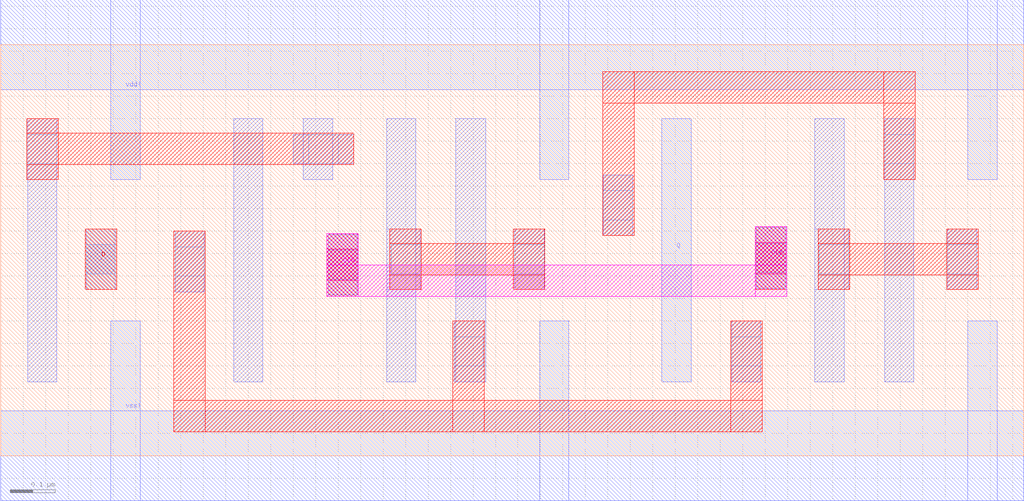
<source format=lef>
VERSION 5.8 ;
BUSBITCHARS "[]" ;
DIVIDERCHAR "/" ;

PROPERTYDEFINITIONS
  LAYER contactResistance REAL ;
  MACRO CatenaDesignType STRING ;
END PROPERTYDEFINITIONS

UNITS
  DATABASE MICRONS 2000 ;
END UNITS
MANUFACTURINGGRID 0.0025 ;
LAYER OVERLAP
  TYPE OVERLAP ;
END OVERLAP

LAYER poly
  TYPE MASTERSLICE ;
END poly

LAYER contact
  TYPE CUT ;
  SPACING 0.075 ;
  PROPERTY contactResistance 10.5 ;
END contact

LAYER metal1
  TYPE ROUTING ;
  DIRECTION HORIZONTAL ;
  PITCH 0.19 0.19 ;
  WIDTH 0.065 ;
  SPACING 0.065 ;
  SPACING 0.065 SAMENET ;
  RESISTANCE RPERSQ 0.38 ;
END metal1

LAYER via1
  TYPE CUT ;
  SPACING 0.075 ;
  WIDTH 0.065 ;
  PROPERTY contactResistance 5.69 ;
END via1

LAYER metal2
  TYPE ROUTING ;
  DIRECTION VERTICAL ;
  PITCH 0.19 0.19 ;
  WIDTH 0.07 ;
  SPACING 0.075 ;
  SPACING 0.07 SAMENET ;
  RESISTANCE RPERSQ 0.25 ;
END metal2

LAYER via2
  TYPE CUT ;
  SPACING 0.085 ;
  WIDTH 0.07 ;
  PROPERTY contactResistance 11.39 ;
END via2

LAYER metal3
  TYPE ROUTING ;
  DIRECTION HORIZONTAL ;
  PITCH 0.19 0.19 ;
  WIDTH 0.07 ;
  SPACING 0.07 ;
  SPACING 0.07 SAMENET ;
  RESISTANCE RPERSQ 0.25 ;
END metal3

LAYER via3
  TYPE CUT ;
  SPACING 0.085 ;
  WIDTH 0.07 ;
  PROPERTY contactResistance 16.73 ;
END via3

LAYER metal4
  TYPE ROUTING ;
  DIRECTION VERTICAL ;
  PITCH 0.285 0.285 ;
  WIDTH 0.14 ;
  SPACING 0.14 ;
  SPACING 0.14 SAMENET ;
  RESISTANCE RPERSQ 0.25 ;
END metal4

LAYER via4
  TYPE CUT ;
  SPACING 0.16 ;
  WIDTH 0.14 ;
  PROPERTY contactResistance 21.44 ;
END via4

LAYER metal5
  TYPE ROUTING ;
  DIRECTION HORIZONTAL ;
  PITCH 0.285 0.285 ;
  WIDTH 0.14 ;
  SPACING 0.14 ;
  SPACING 0.14 SAMENET ;
  RESISTANCE RPERSQ 0.25 ;
END metal5

LAYER via5
  TYPE CUT ;
  SPACING 0.16 ;
  WIDTH 0.14 ;
  PROPERTY contactResistance 24.08 ;
END via5

LAYER metal6
  TYPE ROUTING ;
  DIRECTION VERTICAL ;
  PITCH 0.285 0.285 ;
  WIDTH 0.14 ;
  SPACING 0.14 ;
  SPACING 0.14 SAMENET ;
  RESISTANCE RPERSQ 0.25 ;
END metal6

LAYER via6
  TYPE CUT ;
  SPACING 0.16 ;
  WIDTH 0.14 ;
  PROPERTY contactResistance 11.39 ;
END via6

LAYER metal7
  TYPE ROUTING ;
  DIRECTION HORIZONTAL ;
  PITCH 0.855 0.855 ;
  WIDTH 0.4 ;
  SPACING 0.44 ;
  SPACING 0.44 SAMENET ;
  RESISTANCE RPERSQ 0.25 ;
END metal7

LAYER via7
  TYPE CUT ;
  SPACING 0.44 ;
  WIDTH 0.4 ;
  PROPERTY contactResistance 5.69 ;
END via7

LAYER metal8
  TYPE ROUTING ;
  DIRECTION VERTICAL ;
  PITCH 0.855 0.855 ;
  WIDTH 0.4 ;
  SPACING 0.44 ;
  SPACING 0.44 SAMENET ;
  RESISTANCE RPERSQ 0.25 ;
END metal8

LAYER via8
  TYPE CUT ;
  SPACING 0.44 ;
  WIDTH 0.4 ;
  PROPERTY contactResistance 16.73 ;
END via8

LAYER metal9
  TYPE ROUTING ;
  DIRECTION HORIZONTAL ;
  PITCH 1.71 1.71 ;
  WIDTH 0.8 ;
  SPACING 0.8 ;
  SPACING 0.8 SAMENET ;
  RESISTANCE RPERSQ 0.21 ;
END metal9

LAYER via9
  TYPE CUT ;
  SPACING 0.88 ;
  WIDTH 0.8 ;
  PROPERTY contactResistance 21.44 ;
END via9

LAYER metal10
  TYPE ROUTING ;
  DIRECTION VERTICAL ;
  PITCH 1.71 1.71 ;
  WIDTH 0.4 ;
  SPACING 0.8 ;
  SPACING 0.8 SAMENET ;
  RESISTANCE RPERSQ 0.21 ;
END metal10

VIARULE M2_M1 GENERATE
  LAYER metal1 ;
    ENCLOSURE 0 0.035 ;
  LAYER metal2 ;
    ENCLOSURE 0 0.035 ;
  LAYER via1 ;
    RECT -0.0325 -0.0325 0.0325 0.0325 ;
    SPACING 0.14 BY 0.14 ;
END M2_M1

VIARULE M3_M2 GENERATE
  LAYER metal2 ;
    ENCLOSURE 0 0.035 ;
  LAYER metal3 ;
    ENCLOSURE 0 0.035 ;
  LAYER via2 ;
    RECT -0.035 -0.035 0.035 0.035 ;
    SPACING 0.155 BY 0.155 ;
END M3_M2

VIARULE M4_M3 GENERATE
  LAYER metal3 ;
    ENCLOSURE 0 0.035 ;
  LAYER metal4 ;
    ENCLOSURE 0 0 ;
  LAYER via3 ;
    RECT -0.035 -0.035 0.035 0.035 ;
    SPACING 0.155 BY 0.155 ;
END M4_M3

VIARULE M5_M4 GENERATE
  LAYER metal4 ;
    ENCLOSURE 0 0 ;
  LAYER metal5 ;
    ENCLOSURE 0 0 ;
  LAYER via4 ;
    RECT -0.07 -0.07 0.07 0.07 ;
    SPACING 0.3 BY 0.3 ;
END M5_M4

VIARULE M6_M5 GENERATE
  LAYER metal5 ;
    ENCLOSURE 0 0 ;
  LAYER metal6 ;
    ENCLOSURE 0 0 ;
  LAYER via5 ;
    RECT -0.07 -0.07 0.07 0.07 ;
    SPACING 0.3 BY 0.3 ;
END M6_M5

VIARULE M7_M6 GENERATE
  LAYER metal6 ;
    ENCLOSURE 0 0 ;
  LAYER metal7 ;
    ENCLOSURE 0.13 0.13 ;
  LAYER via6 ;
    RECT -0.07 -0.07 0.07 0.07 ;
    SPACING 0.3 BY 0.3 ;
END M7_M6

VIARULE M8_M7 GENERATE
  LAYER metal7 ;
    ENCLOSURE 0 0 ;
  LAYER metal8 ;
    ENCLOSURE 0 0 ;
  LAYER via7 ;
    RECT -0.2 -0.2 0.2 0.2 ;
    SPACING 0.8 BY 0.8 ;
END M8_M7

VIARULE M9_M8 GENERATE
  LAYER metal8 ;
    ENCLOSURE 0 0 ;
  LAYER metal9 ;
    ENCLOSURE 0.2 0.2 ;
  LAYER via8 ;
    RECT -0.2 -0.2 0.2 0.2 ;
    SPACING 0.8 BY 0.8 ;
END M9_M8

VIARULE M10_M9 GENERATE
  LAYER metal9 ;
    ENCLOSURE 0 0 ;
  LAYER metal10 ;
    ENCLOSURE 0 0 ;
  LAYER via9 ;
    RECT -0.4 -0.4 0.4 0.4 ;
    SPACING 1.6 BY 1.6 ;
END M10_M9

VIARULE M1_POLY GENERATE
  LAYER poly ;
    ENCLOSURE 0 0 ;
  LAYER metal1 ;
    ENCLOSURE 0 0.035 ;
  LAYER contact ;
    RECT -0.0325 -0.0325 0.0325 0.0325 ;
    SPACING 0.14 BY 0.14 ;
END M1_POLY

VIA M2_M1_via DEFAULT
  LAYER metal1 ;
    RECT -0.0675 -0.0325 0.0675 0.0325 ;
  LAYER via1 ;
    RECT -0.0325 -0.0325 0.0325 0.0325 ;
  LAYER metal2 ;
    RECT -0.035 -0.0675 0.035 0.0675 ;
END M2_M1_via

VIA M3_M2_via DEFAULT
  LAYER metal2 ;
    RECT -0.035 -0.07 0.035 0.07 ;
  LAYER via2 ;
    RECT -0.035 -0.035 0.035 0.035 ;
  LAYER metal3 ;
    RECT -0.07 -0.035 0.07 0.035 ;
END M3_M2_via

VIA M4_M3_via DEFAULT
  LAYER metal3 ;
    RECT -0.07 -0.035 0.07 0.035 ;
  LAYER via3 ;
    RECT -0.035 -0.035 0.035 0.035 ;
  LAYER metal4 ;
    RECT -0.07 -0.07 0.07 0.07 ;
END M4_M3_via

VIA M5_M4_via DEFAULT
  LAYER metal4 ;
    RECT -0.07 -0.07 0.07 0.07 ;
  LAYER via4 ;
    RECT -0.07 -0.07 0.07 0.07 ;
  LAYER metal5 ;
    RECT -0.07 -0.07 0.07 0.07 ;
END M5_M4_via

VIA M6_M5_via DEFAULT
  LAYER metal5 ;
    RECT -0.07 -0.07 0.07 0.07 ;
  LAYER via5 ;
    RECT -0.07 -0.07 0.07 0.07 ;
  LAYER metal6 ;
    RECT -0.07 -0.07 0.07 0.07 ;
END M6_M5_via

VIA M7_M6_via DEFAULT
  LAYER metal6 ;
    RECT -0.07 -0.07 0.07 0.07 ;
  LAYER via6 ;
    RECT -0.07 -0.07 0.07 0.07 ;
  LAYER metal7 ;
    RECT -0.2 -0.2 0.2 0.2 ;
END M7_M6_via

VIA M8_M7_via DEFAULT
  LAYER metal7 ;
    RECT -0.2 -0.2 0.2 0.2 ;
  LAYER via7 ;
    RECT -0.2 -0.2 0.2 0.2 ;
  LAYER metal8 ;
    RECT -0.2 -0.2 0.2 0.2 ;
END M8_M7_via

VIA M9_M8_via DEFAULT
  LAYER metal8 ;
    RECT -0.2 -0.2 0.2 0.2 ;
  LAYER via8 ;
    RECT -0.2 -0.2 0.2 0.2 ;
  LAYER metal9 ;
    RECT -0.4 -0.4 0.4 0.4 ;
END M9_M8_via

VIA M10_M9_via DEFAULT
  LAYER metal9 ;
    RECT -0.4 -0.4 0.4 0.4 ;
  LAYER via9 ;
    RECT -0.4 -0.4 0.4 0.4 ;
  LAYER metal10 ;
    RECT -0.4 -0.4 0.4 0.4 ;
END M10_M9_via

VIA M2_M1_viaB DEFAULT
  LAYER metal1 ;
    RECT -0.0675 -0.0325 0.0675 0.0325 ;
  LAYER via1 ;
    RECT -0.0325 -0.0325 0.0325 0.0325 ;
  LAYER metal2 ;
    RECT -0.0675 -0.035 0.0675 0.035 ;
END M2_M1_viaB

VIA M2_M1_viaC DEFAULT
  LAYER metal1 ;
    RECT -0.0325 -0.0675 0.0325 0.0675 ;
  LAYER via1 ;
    RECT -0.0325 -0.0325 0.0325 0.0325 ;
  LAYER metal2 ;
    RECT -0.035 -0.0675 0.035 0.0675 ;
END M2_M1_viaC

VIA M3_M2_viaB DEFAULT
  LAYER metal2 ;
    RECT -0.035 -0.07 0.035 0.07 ;
  LAYER via2 ;
    RECT -0.035 -0.035 0.035 0.035 ;
  LAYER metal3 ;
    RECT -0.035 -0.07 0.035 0.07 ;
END M3_M2_viaB

VIA M3_M2_viaC DEFAULT
  LAYER metal2 ;
    RECT -0.07 -0.035 0.07 0.035 ;
  LAYER via2 ;
    RECT -0.035 -0.035 0.035 0.035 ;
  LAYER metal3 ;
    RECT -0.07 -0.035 0.07 0.035 ;
END M3_M2_viaC

VIA M4_M3_viaB DEFAULT
  LAYER metal3 ;
    RECT -0.035 -0.07 0.035 0.07 ;
  LAYER via3 ;
    RECT -0.035 -0.035 0.035 0.035 ;
  LAYER metal4 ;
    RECT -0.07 -0.07 0.07 0.07 ;
END M4_M3_viaB

SITE CoreSite
  CLASS CORE ;
  SYMMETRY Y ;
  SIZE 0.005 BY 1.21 ;
END CoreSite

MACRO and2
  CLASS CORE ;
  ORIGIN 0 -0.1 ;
  FOREIGN and2 0 0.1 ;
  SIZE 0.77 BY 1.2075 ;
  SYMMETRY X Y ;
  SITE CoreSite ;
  PIN A
    DIRECTION INPUT ;
    USE SIGNAL ;
    PORT
      LAYER metal2 ;
        RECT 0.0875 0.6475 0.1575 0.7825 ;
      LAYER metal1 ;
        RECT 0.09 0.6475 0.155 0.7825 ;
      LAYER via1 ;
        RECT 0.09 0.6825 0.155 0.7475 ;
    END
  END A
  PIN B
    DIRECTION INPUT ;
    USE SIGNAL ;
    PORT
      LAYER metal2 ;
        RECT 0.2875 0.6475 0.3575 0.7825 ;
      LAYER metal1 ;
        RECT 0.29 0.6475 0.355 0.7825 ;
      LAYER via1 ;
        RECT 0.29 0.6825 0.355 0.7475 ;
    END
  END B
  PIN Y
    DIRECTION OUTPUT ;
    USE SIGNAL ;
    PORT
      LAYER metal1 ;
        RECT 0.645 0.27 0.71 1.1425 ;
    END
  END Y
  PIN vdd!
    DIRECTION INOUT ;
    USE POWER ;
    PORT
      LAYER metal1 ;
        RECT 0 1.2075 0.77 1.4075 ;
        RECT 0.4525 0.9925 0.5175 1.4075 ;
        RECT 0.06 0.9925 0.125 1.4075 ;
    END
  END vdd!
  PIN vss!
    DIRECTION INOUT ;
    USE GROUND ;
    PORT
      LAYER metal1 ;
        RECT 0 0 0.77 0.2 ;
        RECT 0.4525 0 0.5175 0.45 ;
    END
  END vss!
  OBS
    LAYER metal1 ;
      RECT 0.49 0.6475 0.555 0.7825 ;
      RECT 0.2525 0.95 0.3175 1.12 ;
      RECT 0.06 0.3075 0.125 0.4675 ;
    LAYER metal2 ;
      RECT 0.25 0.8625 0.32 1.085 ;
      RECT 0.25 0.8625 0.5575 0.9325 ;
      RECT 0.4875 0.485 0.5575 0.9325 ;
      RECT 0.0575 0.485 0.5575 0.555 ;
      RECT 0.0575 0.3325 0.1275 0.555 ;
    LAYER via1 ;
      RECT 0.49 0.6825 0.555 0.7475 ;
      RECT 0.2525 0.985 0.3175 1.05 ;
      RECT 0.06 0.3675 0.125 0.4325 ;
  END
END and2

MACRO aoi21
  CLASS CORE ;
  ORIGIN 0 -0.1 ;
  FOREIGN aoi21 0 0.1 ;
  SIZE 0.76 BY 1.2075 ;
  SYMMETRY X Y ;
  SITE CoreSite ;
  PIN A
    DIRECTION INPUT ;
    USE SIGNAL ;
    PORT
      LAYER metal2 ;
        RECT 0.0875 0.565 0.1575 0.7 ;
      LAYER metal1 ;
        RECT 0.09 0.565 0.155 0.7 ;
      LAYER via1 ;
        RECT 0.09 0.6 0.155 0.665 ;
    END
  END A
  PIN B
    DIRECTION INPUT ;
    USE SIGNAL ;
    PORT
      LAYER metal2 ;
        RECT 0.2875 0.565 0.3575 0.7 ;
      LAYER metal1 ;
        RECT 0.29 0.565 0.355 0.7 ;
      LAYER via1 ;
        RECT 0.29 0.6 0.355 0.665 ;
    END
  END B
  PIN C
    DIRECTION INPUT ;
    USE SIGNAL ;
    PORT
      LAYER metal2 ;
        RECT 0.5025 0.565 0.5725 0.7 ;
      LAYER metal1 ;
        RECT 0.505 0.565 0.57 0.7 ;
      LAYER via1 ;
        RECT 0.505 0.6 0.57 0.665 ;
    END
  END C
  PIN Y
    DIRECTION OUTPUT ;
    USE SIGNAL ;
    PORT
      LAYER metal2 ;
        RECT 0.6325 0.3525 0.7025 0.4875 ;
        RECT 0.0575 0.385 0.7025 0.455 ;
        RECT 0.0575 0.3525 0.1275 0.4875 ;
      LAYER metal1 ;
        RECT 0.635 0.2675 0.7 1.1425 ;
        RECT 0.06 0.265 0.125 0.4875 ;
      LAYER via1 ;
        RECT 0.06 0.3875 0.125 0.4525 ;
        RECT 0.635 0.3875 0.7 0.4525 ;
    END
  END Y
  PIN vdd!
    DIRECTION INOUT ;
    USE POWER ;
    PORT
      LAYER metal1 ;
        RECT 0 1.2075 0.76 1.4075 ;
        RECT 0.2525 0.775 0.3175 1.4075 ;
    END
  END vdd!
  PIN vss!
    DIRECTION INOUT ;
    USE GROUND ;
    PORT
      LAYER metal1 ;
        RECT 0 0 0.76 0.2 ;
        RECT 0.4475 0 0.5125 0.4875 ;
    END
  END vss!
  OBS
    LAYER metal1 ;
      RECT 0.4475 0.775 0.5125 1.1425 ;
      RECT 0.06 0.775 0.125 1.1425 ;
    LAYER metal2 ;
      RECT 0.445 0.775 0.515 0.91 ;
      RECT 0.0575 0.775 0.1275 0.91 ;
      RECT 0.0575 0.8075 0.515 0.8775 ;
    LAYER via1 ;
      RECT 0.4475 0.81 0.5125 0.875 ;
      RECT 0.06 0.81 0.125 0.875 ;
  END
END aoi21

MACRO buf
  CLASS CORE ;
  ORIGIN 0 -0.1 ;
  FOREIGN buf 0 0.1 ;
  SIZE 0.57 BY 1.2075 ;
  SYMMETRY X Y ;
  SITE CoreSite ;
  PIN A
    DIRECTION INPUT ;
    USE SIGNAL ;
    PORT
      LAYER metal2 ;
        RECT 0.2125 0.465 0.2825 0.6 ;
      LAYER metal1 ;
        RECT 0.215 0.465 0.28 0.6 ;
      LAYER via1 ;
        RECT 0.215 0.5 0.28 0.565 ;
    END
  END A
  PIN Y
    DIRECTION OUTPUT ;
    USE SIGNAL ;
    PORT
      LAYER metal1 ;
        RECT 0.445 0.265 0.51 1.1275 ;
    END
  END Y
  PIN vdd!
    DIRECTION INOUT ;
    USE POWER ;
    PORT
      LAYER metal1 ;
        RECT 0 1.2075 0.57 1.4075 ;
        RECT 0.2525 0.975 0.3175 1.4075 ;
    END
  END vdd!
  PIN vss!
    DIRECTION INOUT ;
    USE GROUND ;
    PORT
      LAYER metal1 ;
        RECT 0 0 0.57 0.2 ;
        RECT 0.2525 0 0.3175 0.4 ;
    END
  END vss!
  OBS
    LAYER metal1 ;
      RECT 0.06 0.265 0.125 1.1275 ;
      RECT 0.29 0.775 0.355 0.91 ;
      RECT 0.06 0.81 0.355 0.875 ;
    LAYER metal2 ;
      RECT 0.2875 0.775 0.3575 0.91 ;
    LAYER via1 ;
      RECT 0.29 0.81 0.355 0.875 ;
  END
END buf

MACRO dff
  CLASS CORE ;
  ORIGIN 0 -0.1 ;
  FOREIGN dff 0 0.1 ;
  SIZE 2.275 BY 0.915 ;
  SYMMETRY X Y ;
  SITE CoreSite ;
  PIN CLK
    DIRECTION INPUT ;
    USE SIGNAL ;
    PORT
      LAYER metal3 ;
        RECT 1.6775 0.455 1.7475 0.61 ;
        RECT 0.725 0.455 1.7475 0.525 ;
        RECT 0.725 0.455 0.795 0.595 ;
      LAYER metal2 ;
        RECT 1.6775 0.47 1.7475 0.61 ;
        RECT 0.725 0.455 0.795 0.595 ;
      LAYER metal1 ;
        RECT 1.68 0.4725 1.745 0.6075 ;
        RECT 0.7275 0.4575 0.7925 0.5925 ;
      LAYER via1 ;
        RECT 0.7275 0.4925 0.7925 0.5575 ;
        RECT 1.68 0.5075 1.745 0.5725 ;
      LAYER via2 ;
        RECT 0.725 0.49 0.795 0.56 ;
        RECT 1.6775 0.505 1.7475 0.575 ;
    END
  END CLK
  PIN D
    DIRECTION INPUT ;
    USE SIGNAL ;
    PORT
      LAYER metal2 ;
        RECT 0.1875 0.47 0.2575 0.605 ;
      LAYER metal1 ;
        RECT 0.19 0.47 0.255 0.605 ;
      LAYER via1 ;
        RECT 0.19 0.505 0.255 0.57 ;
    END
  END D
  PIN Q
    DIRECTION OUTPUT ;
    USE SIGNAL ;
    PORT
      LAYER metal1 ;
        RECT 1.47 0.265 1.535 0.85 ;
    END
  END Q
  PIN vdd!
    DIRECTION INOUT ;
    USE POWER ;
    PORT
      LAYER metal1 ;
        RECT 0 0.915 2.275 1.115 ;
        RECT 2.15 0.715 2.215 1.115 ;
        RECT 1.1975 0.715 1.2625 1.115 ;
        RECT 0.245 0.715 0.31 1.115 ;
    END
  END vdd!
  PIN vss!
    DIRECTION INOUT ;
    USE GROUND ;
    PORT
      LAYER metal1 ;
        RECT 0 0 2.275 0.2 ;
        RECT 2.15 0 2.215 0.4 ;
        RECT 1.1975 0 1.2625 0.4 ;
        RECT 0.245 0 0.31 0.4 ;
    END
  END vss!
  OBS
    LAYER metal1 ;
      RECT 1.81 0.265 1.875 0.85 ;
      RECT 1.81 0.47 1.885 0.605 ;
      RECT 1.0125 0.265 1.0775 0.85 ;
      RECT 1.0075 0.265 1.0775 0.4 ;
      RECT 0.8575 0.265 0.9225 0.85 ;
      RECT 0.8575 0.47 0.9325 0.605 ;
      RECT 0.6725 0.715 0.7375 0.85 ;
      RECT 0.65 0.75 0.785 0.815 ;
      RECT 2.105 0.47 2.17 0.605 ;
      RECT 1.965 0.265 2.03 0.85 ;
      RECT 1.625 0.265 1.69 0.4 ;
      RECT 1.34 0.59 1.405 0.725 ;
      RECT 1.1425 0.47 1.2075 0.605 ;
      RECT 0.5175 0.265 0.5825 0.85 ;
      RECT 0.3875 0.465 0.4525 0.6 ;
      RECT 0.06 0.265 0.125 0.85 ;
    LAYER metal2 ;
      RECT 2.1025 0.47 2.1725 0.605 ;
      RECT 1.8175 0.47 1.8875 0.605 ;
      RECT 1.8175 0.5025 2.1725 0.5725 ;
      RECT 1.3375 0.885 2.0325 0.955 ;
      RECT 1.9625 0.715 2.0325 0.955 ;
      RECT 1.3375 0.59 1.4075 0.955 ;
      RECT 0.385 0.1525 0.455 0.6 ;
      RECT 1.6225 0.1525 1.6925 0.4 ;
      RECT 1.005 0.1525 1.075 0.4 ;
      RECT 0.385 0.1525 1.6925 0.2225 ;
      RECT 1.14 0.47 1.21 0.605 ;
      RECT 0.865 0.47 0.935 0.605 ;
      RECT 0.865 0.5025 1.21 0.5725 ;
      RECT 0.0575 0.715 0.1275 0.85 ;
      RECT 0.0575 0.7475 0.785 0.8175 ;
    LAYER via1 ;
      RECT 2.105 0.505 2.17 0.57 ;
      RECT 1.965 0.75 2.03 0.815 ;
      RECT 1.82 0.505 1.885 0.57 ;
      RECT 1.625 0.3 1.69 0.365 ;
      RECT 1.34 0.625 1.405 0.69 ;
      RECT 1.1425 0.505 1.2075 0.57 ;
      RECT 1.0075 0.3 1.0725 0.365 ;
      RECT 0.8675 0.505 0.9325 0.57 ;
      RECT 0.685 0.75 0.75 0.815 ;
      RECT 0.3875 0.5 0.4525 0.565 ;
      RECT 0.06 0.75 0.125 0.815 ;
  END
END dff

MACRO inv
  CLASS CORE ;
  ORIGIN 0 -0.1 ;
  FOREIGN inv 0 0.1 ;
  SIZE 0.37 BY 1.2075 ;
  SYMMETRY X Y ;
  SITE CoreSite ;
  PIN A
    DIRECTION INPUT ;
    USE SIGNAL ;
    PORT
      LAYER metal2 ;
        RECT 0.0875 0.56 0.1575 0.695 ;
      LAYER metal1 ;
        RECT 0.09 0.56 0.155 0.695 ;
      LAYER via1 ;
        RECT 0.09 0.595 0.155 0.66 ;
    END
  END A
  PIN Y
    DIRECTION OUTPUT ;
    USE SIGNAL ;
    PORT
      LAYER metal1 ;
        RECT 0.245 0.265 0.31 1.1275 ;
    END
  END Y
  PIN vdd!
    DIRECTION INOUT ;
    USE POWER ;
    PORT
      LAYER metal1 ;
        RECT 0 1.2075 0.37 1.4075 ;
        RECT 0.06 0.955 0.125 1.4075 ;
    END
  END vdd!
  PIN vss!
    DIRECTION INOUT ;
    USE GROUND ;
    PORT
      LAYER metal1 ;
        RECT 0 0 0.37 0.2 ;
        RECT 0.06 0 0.125 0.4 ;
    END
  END vss!
END inv

MACRO latch
  CLASS CORE ;
  ORIGIN 0 -0.1 ;
  FOREIGN latch 0 0.1 ;
  SIZE 1.28 BY 1.2075 ;
  SYMMETRY X Y ;
  SITE CoreSite ;
  PIN EN
    DIRECTION INPUT ;
    USE SIGNAL ;
    PORT
      LAYER metal2 ;
        RECT 0.0875 0.465 0.1575 0.6 ;
      LAYER metal1 ;
        RECT 0.43 0.465 0.495 0.6 ;
        RECT 0.09 0.5 0.495 0.565 ;
        RECT 0.09 0.465 0.155 0.6 ;
      LAYER via1 ;
        RECT 0.09 0.5 0.155 0.565 ;
    END
  END EN
  PIN vdd!
    DIRECTION INOUT ;
    USE POWER ;
    PORT
      LAYER metal1 ;
        RECT 0 1.2075 1.2825 1.4075 ;
        RECT 0.9675 1.055 1.0325 1.4075 ;
        RECT 0.06 0.955 0.125 1.4075 ;
    END
  END vdd!
  PIN vss!
    DIRECTION INOUT ;
    USE GROUND ;
    PORT
      LAYER metal1 ;
        RECT 0 0 1.28 0.2 ;
        RECT 0.9675 0 1.0325 0.39 ;
        RECT 0.06 0 0.125 0.4 ;
    END
  END vss!
  PIN D
    DIRECTION INPUT ;
    USE SIGNAL ;
    PORT
      LAYER metal2 ;
        RECT 0.3975 0.265 0.4675 1.1425 ;
      LAYER metal1 ;
        RECT 0.4 0.265 0.465 0.4 ;
        RECT 0.4 1.0075 0.465 1.1425 ;
      LAYER via1 ;
        RECT 0.4 1.0425 0.465 1.1075 ;
        RECT 0.4 0.3 0.465 0.365 ;
    END
  END D
  PIN Q
    DIRECTION OUTPUT ;
    USE SIGNAL ;
    PORT
      LAYER metal2 ;
        RECT 0.775 0.265 0.845 1.1425 ;
      LAYER metal1 ;
        RECT 0.7775 0.265 0.8425 0.4 ;
        RECT 0.7775 1.0075 0.8425 1.1425 ;
      LAYER via1 ;
        RECT 0.7775 1.0425 0.8425 1.1075 ;
        RECT 0.7775 0.3 0.8425 0.365 ;
    END
  END Q
  OBS
    LAYER metal1 ;
      RECT 0.5525 0.8775 1.075 0.9425 ;
      RECT 1.005 0.7825 1.075 0.9425 ;
      RECT 0.245 0.7125 0.31 0.8475 ;
      RECT 0.245 0.7475 0.76 0.8125 ;
      RECT 0.695 0.465 0.76 0.8125 ;
      RECT 0.66 0.465 0.795 0.53 ;
      RECT 1.155 0.265 1.22 0.4 ;
      RECT 1.155 1.0075 1.22 1.1425 ;
      RECT 0.925 0.455 0.99 0.59 ;
      RECT 0.5875 0.265 0.6525 0.4 ;
      RECT 0.5875 1.0075 0.6525 1.1425 ;
      RECT 0.245 0.265 0.31 0.4 ;
      RECT 0.245 1.0075 0.31 1.1425 ;
    LAYER metal2 ;
      RECT 1.1525 0.265 1.2225 1.1425 ;
      RECT 0.9225 0.455 0.9925 0.59 ;
      RECT 0.9225 0.4875 1.2225 0.5575 ;
      RECT 0.585 0.265 0.655 1.1425 ;
      RECT 0.5525 0.875 0.6875 0.945 ;
      RECT 0.2425 0.265 0.3125 1.1425 ;
    LAYER via1 ;
      RECT 1.155 0.3 1.22 0.365 ;
      RECT 1.155 1.0425 1.22 1.1075 ;
      RECT 0.925 0.49 0.99 0.555 ;
      RECT 0.5875 0.3 0.6525 0.365 ;
      RECT 0.5875 0.8775 0.6525 0.9425 ;
      RECT 0.5875 1.0425 0.6525 1.1075 ;
      RECT 0.245 0.3 0.31 0.365 ;
      RECT 0.245 0.7475 0.31 0.8125 ;
      RECT 0.245 1.0425 0.31 1.1075 ;
  END
  PROPERTY CatenaDesignType "deviceLevel" ;
END latch

MACRO mux2
  CLASS CORE ;
  ORIGIN 0 -0.1 ;
  FOREIGN mux2 0 0.1 ;
  SIZE 1.5 BY 1.2075 ;
  SYMMETRY X Y ;
  SITE CoreSite ;
  PIN A
    DIRECTION INPUT ;
    USE SIGNAL ;
    PORT
      LAYER metal2 ;
        RECT 0.2875 0.565 0.3575 0.7 ;
      LAYER metal1 ;
        RECT 0.29 0.565 0.355 0.7 ;
      LAYER via1 ;
        RECT 0.29 0.6 0.355 0.665 ;
    END
  END A
  PIN B
    DIRECTION INPUT ;
    USE SIGNAL ;
    PORT
      LAYER metal2 ;
        RECT 0.4875 0.565 0.5575 0.7 ;
      LAYER metal1 ;
        RECT 0.49 0.565 0.555 0.7 ;
      LAYER via1 ;
        RECT 0.49 0.6 0.555 0.665 ;
    END
  END B
  PIN S0
    DIRECTION INPUT ;
    USE SIGNAL ;
    PORT
      LAYER metal2 ;
        RECT 1.1425 0.5175 1.2125 0.6525 ;
        RECT 0.8025 0.5475 1.2125 0.6175 ;
        RECT 0.8025 0.515 0.8725 0.65 ;
      LAYER metal1 ;
        RECT 1.145 0.5175 1.21 0.6525 ;
        RECT 0.805 0.515 0.87 0.65 ;
      LAYER via1 ;
        RECT 0.805 0.55 0.87 0.615 ;
        RECT 1.145 0.5525 1.21 0.6175 ;
    END
  END S0
  PIN Y
    DIRECTION OUTPUT ;
    USE SIGNAL ;
    PORT
      LAYER metal1 ;
        RECT 1.375 0.265 1.44 1.1425 ;
    END
  END Y
  PIN vdd!
    DIRECTION INOUT ;
    USE POWER ;
    PORT
      LAYER metal1 ;
        RECT 0 1.2075 1.5 1.4075 ;
        RECT 1.1825 1.025 1.2475 1.4075 ;
        RECT 0.2525 0.775 0.3175 1.4075 ;
    END
  END vdd!
  PIN vss!
    DIRECTION INOUT ;
    USE GROUND ;
    PORT
      LAYER metal1 ;
        RECT 0 0 1.5 0.2 ;
        RECT 1.1825 0 1.2475 0.39 ;
        RECT 0.835 0 0.9 0.39 ;
        RECT 0.06 -0.005 0.125 0.4875 ;
    END
  END vss!
  OBS
    LAYER metal1 ;
      RECT 0.6475 0.775 0.7125 1.1425 ;
      RECT 0.6125 0.8125 0.7475 0.8775 ;
      RECT 0.4525 0.265 0.5175 0.4875 ;
      RECT 0.4175 0.3875 0.5525 0.4525 ;
      RECT 1.22 0.775 1.285 0.91 ;
      RECT 0.99 0.2675 1.055 1.1425 ;
      RECT 0.835 0.775 0.9 1.1425 ;
      RECT 0.4525 0.775 0.5175 1.1425 ;
      RECT 0.09 0.565 0.155 0.7 ;
      RECT 0.06 0.775 0.125 1.1425 ;
    LAYER metal2 ;
      RECT 1.2175 0.775 1.2875 0.91 ;
      RECT 0.6125 0.81 0.7475 0.88 ;
      RECT 0.645 0.8075 1.2875 0.8775 ;
      RECT 0.645 0.385 0.715 0.88 ;
      RECT 0.4175 0.385 0.715 0.455 ;
      RECT 0.0875 0.245 0.1575 0.7 ;
      RECT 0.9875 0.245 1.0575 0.4025 ;
      RECT 0.0875 0.245 1.0575 0.315 ;
      RECT 0.8325 1.0075 0.9025 1.1425 ;
      RECT 0.45 1.0075 0.52 1.1425 ;
      RECT 0.0575 1.0075 0.1275 1.1425 ;
      RECT 0.0575 1.04 0.9025 1.11 ;
    LAYER via1 ;
      RECT 1.22 0.81 1.285 0.875 ;
      RECT 0.99 0.3025 1.055 0.3675 ;
      RECT 0.835 1.0425 0.9 1.1075 ;
      RECT 0.6475 0.8125 0.7125 0.8775 ;
      RECT 0.4525 0.3875 0.5175 0.4525 ;
      RECT 0.4525 1.0425 0.5175 1.1075 ;
      RECT 0.09 0.6 0.155 0.665 ;
      RECT 0.06 1.0425 0.125 1.1075 ;
  END
END mux2

MACRO nand2
  CLASS CORE ;
  ORIGIN 0 -0.1 ;
  FOREIGN nand2 0 0.1 ;
  SIZE 0.57 BY 1.2075 ;
  SYMMETRY X Y ;
  SITE CoreSite ;
  PIN A
    DIRECTION INPUT ;
    USE SIGNAL ;
    PORT
      LAYER metal1 ;
        RECT 0.09 0.6475 0.155 0.7825 ;
    END
  END A
  PIN B
    DIRECTION INPUT ;
    USE SIGNAL ;
    PORT
      LAYER metal1 ;
        RECT 0.29 0.6475 0.355 0.7825 ;
    END
  END B
  PIN Y
    DIRECTION OUTPUT ;
    USE SIGNAL ;
    PORT
      LAYER metal2 ;
        RECT 0.4425 0.95 0.5125 1.085 ;
        RECT 0.0575 0.9825 0.5125 1.0525 ;
        RECT 0.0575 0.95 0.1275 1.085 ;
      LAYER metal1 ;
        RECT 0.445 0.27 0.51 1.1425 ;
        RECT 0.06 0.95 0.125 1.1425 ;
      LAYER via1 ;
        RECT 0.06 0.985 0.125 1.05 ;
        RECT 0.445 0.985 0.51 1.05 ;
    END
  END Y
  PIN vdd!
    DIRECTION INOUT ;
    USE POWER ;
    PORT
      LAYER metal1 ;
        RECT 0 1.2075 0.57 1.4075 ;
        RECT 0.2525 0.95 0.3175 1.4075 ;
    END
  END vdd!
  PIN vss!
    DIRECTION INOUT ;
    USE GROUND ;
    PORT
      LAYER metal1 ;
        RECT 0 0 0.57 0.2 ;
        RECT 0.06 0 0.125 0.495 ;
    END
  END vss!
END nand2

MACRO nor2
  CLASS CORE ;
  ORIGIN 0 -0.1 ;
  FOREIGN nor2 0 0.1 ;
  SIZE 0.57 BY 1.2075 ;
  SYMMETRY X Y ;
  SITE CoreSite ;
  PIN A
    DIRECTION INPUT ;
    USE SIGNAL ;
    PORT
      LAYER metal1 ;
        RECT 0.09 0.565 0.155 0.7 ;
    END
  END A
  PIN B
    DIRECTION INPUT ;
    USE SIGNAL ;
    PORT
      LAYER metal1 ;
        RECT 0.29 0.565 0.355 0.7 ;
    END
  END B
  PIN Y
    DIRECTION OUTPUT ;
    USE SIGNAL ;
    PORT
      LAYER metal2 ;
        RECT 0.4425 0.27 0.5125 0.405 ;
        RECT 0.0575 0.3025 0.5125 0.3725 ;
        RECT 0.0575 0.27 0.1275 0.405 ;
      LAYER metal1 ;
        RECT 0.445 0.27 0.51 1.1425 ;
        RECT 0.06 0.265 0.125 0.4075 ;
      LAYER via1 ;
        RECT 0.06 0.305 0.125 0.37 ;
        RECT 0.445 0.305 0.51 0.37 ;
    END
  END Y
  PIN vdd!
    DIRECTION INOUT ;
    USE POWER ;
    PORT
      LAYER metal1 ;
        RECT 0 1.2075 0.57 1.4075 ;
        RECT 0.06 0.775 0.125 1.4075 ;
    END
  END vdd!
  PIN vss!
    DIRECTION INOUT ;
    USE GROUND ;
    PORT
      LAYER metal1 ;
        RECT 0 0 0.57 0.2 ;
        RECT 0.2525 0 0.3175 0.405 ;
    END
  END vss!
END nor2

MACRO oai21
  CLASS CORE ;
  ORIGIN 0 -0.1 ;
  FOREIGN oai21 0 0.1 ;
  SIZE 0.76 BY 1.2075 ;
  SYMMETRY X Y ;
  SITE CoreSite ;
  PIN A
    DIRECTION INPUT ;
    USE SIGNAL ;
    PORT
      LAYER metal2 ;
        RECT 0.0875 0.565 0.1575 0.7 ;
      LAYER metal1 ;
        RECT 0.09 0.565 0.155 0.7 ;
      LAYER via1 ;
        RECT 0.09 0.6 0.155 0.665 ;
    END
  END A
  PIN B
    DIRECTION INPUT ;
    USE SIGNAL ;
    PORT
      LAYER metal2 ;
        RECT 0.2875 0.565 0.3575 0.7 ;
      LAYER metal1 ;
        RECT 0.29 0.565 0.355 0.7 ;
      LAYER via1 ;
        RECT 0.29 0.6 0.355 0.665 ;
    END
  END B
  PIN C
    DIRECTION INPUT ;
    USE SIGNAL ;
    PORT
      LAYER metal2 ;
        RECT 0.5025 0.565 0.5725 0.7 ;
      LAYER metal1 ;
        RECT 0.505 0.565 0.57 0.7 ;
      LAYER via1 ;
        RECT 0.505 0.6 0.57 0.665 ;
    END
  END C
  PIN Y
    DIRECTION OUTPUT ;
    USE SIGNAL ;
    PORT
      LAYER metal1 ;
        RECT 0.4475 0.775 0.7 0.84 ;
        RECT 0.635 0.2675 0.7 0.84 ;
        RECT 0.4475 0.775 0.5125 1.1425 ;
    END
  END Y
  PIN vdd!
    DIRECTION INOUT ;
    USE POWER ;
    PORT
      LAYER metal1 ;
        RECT 0 1.2075 0.76 1.4075 ;
        RECT 0.635 0.9675 0.7 1.4075 ;
        RECT 0.06 0.775 0.125 1.4075 ;
    END
  END vdd!
  PIN vss!
    DIRECTION INOUT ;
    USE GROUND ;
    PORT
      LAYER metal1 ;
        RECT 0 0 0.76 0.2 ;
        RECT 0.2525 0 0.3175 0.4875 ;
    END
  END vss!
  OBS
    LAYER metal1 ;
      RECT 0.4475 0.265 0.5125 0.4875 ;
      RECT 0.2525 0.775 0.3175 1.1425 ;
      RECT 0.06 0.265 0.125 0.4875 ;
    LAYER metal2 ;
      RECT 0.0575 0.27 0.1275 0.405 ;
      RECT 0.445 0.2675 0.515 0.4025 ;
      RECT 0.0575 0.3025 0.515 0.3725 ;
    LAYER via1 ;
      RECT 0.4475 0.3025 0.5125 0.3675 ;
      RECT 0.06 0.305 0.125 0.37 ;
  END
END oai21

MACRO or2
  CLASS CORE ;
  ORIGIN 0 -0.1 ;
  FOREIGN or2 0 0.1 ;
  SIZE 0.77 BY 1.2075 ;
  SYMMETRY X Y ;
  SITE CoreSite ;
  PIN A
    DIRECTION INPUT ;
    USE SIGNAL ;
    PORT
      LAYER metal2 ;
        RECT 0.0875 0.5025 0.1575 0.6375 ;
      LAYER metal1 ;
        RECT 0.09 0.5025 0.155 0.6375 ;
      LAYER via1 ;
        RECT 0.09 0.5375 0.155 0.6025 ;
    END
  END A
  PIN B
    DIRECTION INPUT ;
    USE SIGNAL ;
    PORT
      LAYER metal2 ;
        RECT 0.2875 0.5925 0.3575 0.7275 ;
      LAYER metal1 ;
        RECT 0.29 0.5925 0.355 0.7275 ;
      LAYER via1 ;
        RECT 0.29 0.6275 0.355 0.6925 ;
    END
  END B
  PIN Y
    DIRECTION OUTPUT ;
    USE SIGNAL ;
    PORT
      LAYER metal1 ;
        RECT 0.645 0.265 0.71 1.1425 ;
    END
  END Y
  PIN vdd!
    DIRECTION INOUT ;
    USE POWER ;
    PORT
      LAYER metal1 ;
        RECT 0 1.2075 0.77 1.4075 ;
        RECT 0.4525 0.905 0.5175 1.4075 ;
    END
  END vdd!
  PIN vss!
    DIRECTION INOUT ;
    USE GROUND ;
    PORT
      LAYER metal1 ;
        RECT 0 0 0.77 0.2 ;
        RECT 0.4525 0 0.5175 0.4075 ;
        RECT 0.06 0 0.125 0.4075 ;
    END
  END vss!
  OBS
    LAYER metal1 ;
      RECT 0.49 0.565 0.555 0.7 ;
      RECT 0.2525 0.265 0.3175 0.4075 ;
      RECT 0.06 0.7925 0.125 1.0875 ;
    LAYER metal2 ;
      RECT 0.0575 0.7925 0.1275 0.9275 ;
      RECT 0.0575 0.825 0.5575 0.895 ;
      RECT 0.4875 0.3025 0.5575 0.895 ;
      RECT 0.25 0.27 0.32 0.405 ;
      RECT 0.25 0.3025 0.5575 0.3725 ;
    LAYER via1 ;
      RECT 0.49 0.6 0.555 0.665 ;
      RECT 0.2525 0.305 0.3175 0.37 ;
      RECT 0.06 0.8275 0.125 0.8925 ;
  END
END or2

MACRO xnor2
  CLASS CORE ;
  ORIGIN 0 -0.1 ;
  FOREIGN xnor2 0 0.1 ;
  SIZE 1.16 BY 1.2075 ;
  SYMMETRY X Y ;
  SITE CoreSite ;
  PIN A
    DIRECTION INPUT ;
    USE SIGNAL ;
    PORT
      LAYER metal2 ;
        RECT 0.055 0.6775 0.19 0.7475 ;
      LAYER metal1 ;
        RECT 0.055 0.685 0.84 0.75 ;
        RECT 0.705 0.68 0.84 0.75 ;
        RECT 0.055 0.68 0.19 0.75 ;
      LAYER via1 ;
        RECT 0.09 0.68 0.155 0.745 ;
    END
  END A
  PIN B
    DIRECTION INPUT ;
    USE SIGNAL ;
    PORT
      LAYER metal2 ;
        RECT 0.26 1.0625 0.9975 1.1325 ;
        RECT 0.9075 0.645 0.9775 1.1325 ;
        RECT 0.26 0.485 0.3575 0.62 ;
        RECT 0.26 0.485 0.33 1.1325 ;
      LAYER metal1 ;
        RECT 0.91 0.645 0.975 0.78 ;
        RECT 0.29 0.485 0.355 0.62 ;
      LAYER via1 ;
        RECT 0.29 0.52 0.355 0.585 ;
        RECT 0.91 0.68 0.975 0.745 ;
    END
  END B
  PIN Y
    DIRECTION OUTPUT ;
    USE SIGNAL ;
    PORT
      LAYER metal1 ;
        RECT 0.6525 0.86 1.1125 0.925 ;
        RECT 1.0475 0.43 1.1125 0.925 ;
        RECT 0.8475 0.43 1.1125 0.495 ;
        RECT 0.8475 0.355 0.9125 0.495 ;
        RECT 0.6525 0.825 0.7175 0.96 ;
    END
  END Y
  PIN vdd!
    DIRECTION INOUT ;
    USE POWER ;
    PORT
      LAYER metal1 ;
        RECT 0 1.2075 1.16 1.4075 ;
        RECT 1.035 1.055 1.1 1.4075 ;
        RECT 0.4525 1.055 0.5175 1.4075 ;
        RECT 0.06 1.055 0.125 1.4075 ;
    END
  END vdd!
  PIN vss!
    DIRECTION INOUT ;
    USE GROUND ;
    PORT
      LAYER metal1 ;
        RECT 0 0 1.16 0.2 ;
        RECT 0.4525 0 0.5175 0.39 ;
    END
  END vss!
  OBS
    LAYER metal1 ;
      RECT 0.2525 0.925 0.3175 1.06 ;
      RECT 0.2525 0.925 0.5575 0.99 ;
      RECT 1 0.3 1.135 0.365 ;
      RECT 0.6525 0.265 0.7175 0.4 ;
      RECT 0.455 0.5525 0.59 0.6175 ;
      RECT 0.06 0.265 0.125 0.43 ;
    LAYER metal2 ;
      RECT 0.65 0.265 0.72 0.4 ;
      RECT 0.65 0.2975 1.135 0.3675 ;
      RECT 0.4225 0.9225 0.5575 0.9925 ;
      RECT 0.4875 0.265 0.5575 0.9925 ;
      RECT 0.455 0.55 0.59 0.62 ;
      RECT 0.0575 0.265 0.1275 0.4 ;
      RECT 0.0575 0.265 0.5575 0.335 ;
    LAYER via1 ;
      RECT 1.035 0.3 1.1 0.365 ;
      RECT 0.6525 0.3 0.7175 0.365 ;
      RECT 0.49 0.5525 0.555 0.6175 ;
      RECT 0.4575 0.925 0.5225 0.99 ;
      RECT 0.06 0.3 0.125 0.365 ;
  END
END xnor2

MACRO xor2
  CLASS CORE ;
  ORIGIN 0 -0.1 ;
  FOREIGN xor2 0 0.1 ;
  SIZE 1.16 BY 1.2075 ;
  SYMMETRY X Y ;
  SITE CoreSite ;
  PIN A
    DIRECTION INPUT ;
    USE SIGNAL ;
    PORT
      LAYER metal2 ;
        RECT 0.105 0.5175 0.24 0.5875 ;
      LAYER metal1 ;
        RECT 0.105 0.52 0.84 0.585 ;
      LAYER via1 ;
        RECT 0.14 0.52 0.205 0.585 ;
    END
  END A
  PIN B
    DIRECTION INPUT ;
    USE SIGNAL ;
    PORT
      LAYER metal2 ;
        RECT 0.2875 0.8175 0.9725 0.8875 ;
        RECT 0.9025 0.6375 0.9725 0.8875 ;
        RECT 0.255 0.6775 0.39 0.7475 ;
        RECT 0.2875 0.6775 0.3575 0.8875 ;
      LAYER metal1 ;
        RECT 0.905 0.6375 0.97 0.7725 ;
        RECT 0.255 0.68 0.39 0.745 ;
      LAYER via1 ;
        RECT 0.29 0.68 0.355 0.745 ;
        RECT 0.905 0.6725 0.97 0.7375 ;
    END
  END B
  PIN Y
    DIRECTION OUTPUT ;
    USE SIGNAL ;
    PORT
      LAYER metal2 ;
        RECT 1.0425 0.34 1.1125 0.71 ;
        RECT 0.65 0.34 1.1125 0.41 ;
        RECT 0.65 0.3075 0.72 0.4425 ;
      LAYER metal1 ;
        RECT 0.8475 0.9225 1.11 0.9875 ;
        RECT 1.045 0.575 1.11 0.9875 ;
        RECT 0.8475 0.8875 0.9125 1.0225 ;
        RECT 0.6525 0.3075 0.7175 0.4425 ;
      LAYER via1 ;
        RECT 0.6525 0.3425 0.7175 0.4075 ;
        RECT 1.045 0.61 1.11 0.675 ;
    END
  END Y
  PIN vdd!
    DIRECTION INOUT ;
    USE POWER ;
    PORT
      LAYER metal1 ;
        RECT 0 1.2075 1.16 1.4075 ;
        RECT 0.4525 1.055 0.5175 1.4075 ;
    END
  END vdd!
  PIN vss!
    DIRECTION INOUT ;
    USE GROUND ;
    PORT
      LAYER metal1 ;
        RECT 0 0 1.16 0.2 ;
        RECT 1.035 0 1.1 0.39 ;
        RECT 0.4525 0 0.5175 0.39 ;
        RECT 0.06 0 0.125 0.39 ;
    END
  END vss!
  OBS
    LAYER metal1 ;
      RECT 0.06 0.8725 0.125 1.0325 ;
      RECT 0.06 0.8725 0.63 0.9375 ;
      RECT 0.565 0.68 0.63 0.9375 ;
      RECT 0.53 0.68 0.665 0.745 ;
      RECT 1 1.075 1.135 1.14 ;
      RECT 0.6175 1.075 0.7525 1.14 ;
      RECT 0.2525 0.265 0.3175 0.425 ;
    LAYER metal2 ;
      RECT 0.465 0.6775 0.665 0.7475 ;
      RECT 0.465 0.3225 0.535 0.7475 ;
      RECT 0.25 0.29 0.32 0.425 ;
      RECT 0.25 0.3225 0.535 0.3925 ;
      RECT 0.6175 1.0725 1.135 1.1425 ;
    LAYER via1 ;
      RECT 1.035 1.075 1.1 1.14 ;
      RECT 0.6525 1.075 0.7175 1.14 ;
      RECT 0.565 0.68 0.63 0.745 ;
      RECT 0.2525 0.325 0.3175 0.39 ;
  END
END xor2

END LIBRARY

</source>
